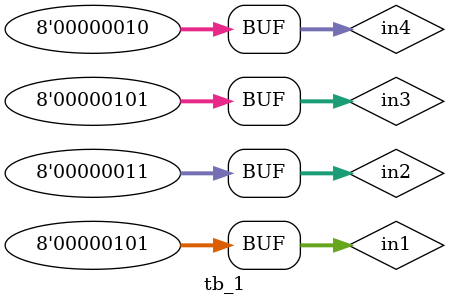
<source format=v>
/*
  Author : Rakotojaona Nambinina
  email : Andrianoelisoa.Rakotojaona@gmail.com
  Description : Test bench for merge algorithm using verilog
*/

module tb_1(

    );
    
reg [7:0] in1 , in2, in3 , in4 ;
wire [7:0] out1, out2 , out3 , out4 ;

sort uut (
          .in1 (in1),
          .in2 (in2),
          .in3 (in3),
          .in4 (in4),
          .out1 (out1),
          .out2 (out2),
          .out3 (out3),
          .out4 (out4)
          );

initial 
begin
    in1 =8'd9;
    in2 =8'd3;
    in3 =8'd5;
    in4 =8'd2;
    #10
     in1 =8'd5;
    in2 =8'd3;
    in3 =8'd5;
    in4 =8'd2;
    
    
end 

endmodule

</source>
